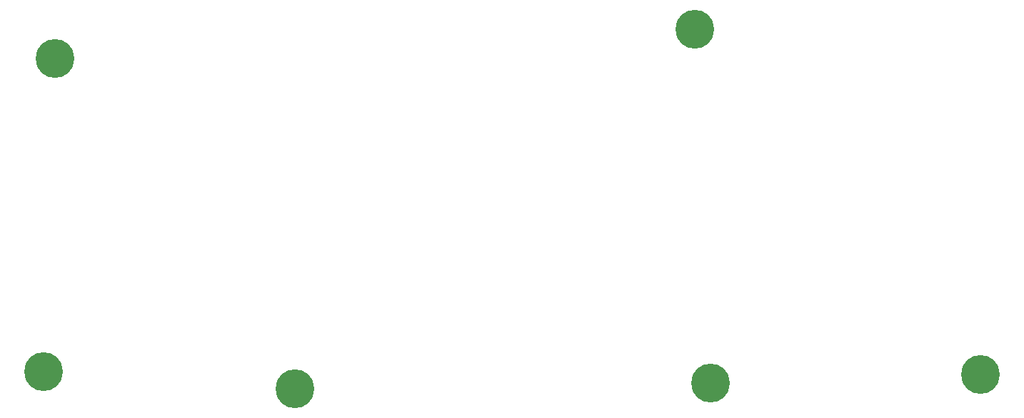
<source format=gbr>
%TF.GenerationSoftware,KiCad,Pcbnew,(5.1.6-0-10_14)*%
%TF.CreationDate,2020-10-04T18:03:56+02:00*%
%TF.ProjectId,cornetrack-top-plate,636f726e-6574-4726-9163-6b2d746f702d,2.1*%
%TF.SameCoordinates,Original*%
%TF.FileFunction,Soldermask,Top*%
%TF.FilePolarity,Negative*%
%FSLAX46Y46*%
G04 Gerber Fmt 4.6, Leading zero omitted, Abs format (unit mm)*
G04 Created by KiCad (PCBNEW (5.1.6-0-10_14)) date 2020-10-04 18:03:56*
%MOMM*%
%LPD*%
G01*
G04 APERTURE LIST*
%ADD10C,4.600000*%
G04 APERTURE END LIST*
D10*
%TO.C,Ref\u002A\u002A*%
X36059500Y-76878000D03*
%TD*%
%TO.C,Ref\u002A\u002A*%
X115095000Y-78268000D03*
%TD*%
%TO.C,Ref\u002A\u002A*%
X65860500Y-78896000D03*
%TD*%
%TO.C,Ref\u002A\u002A*%
X113228500Y-36213500D03*
%TD*%
%TO.C,Ref\u002A\u002A*%
X37371000Y-39713500D03*
%TD*%
%TO.C,Ref\u002A\u002A*%
X147099000Y-77252000D03*
%TD*%
M02*

</source>
